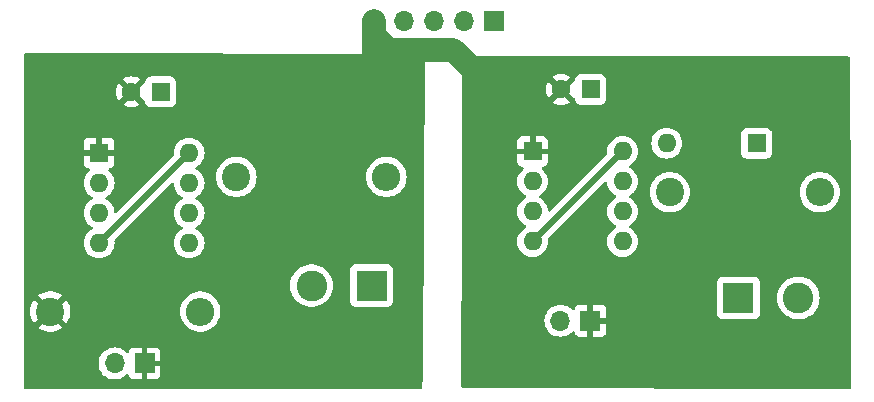
<source format=gbr>
%TF.GenerationSoftware,KiCad,Pcbnew,8.0.6*%
%TF.CreationDate,2024-10-18T13:49:23-03:00*%
%TF.ProjectId,Arduino-inductance-meter,41726475-696e-46f2-9d69-6e6475637461,rev?*%
%TF.SameCoordinates,Original*%
%TF.FileFunction,Copper,L2,Bot*%
%TF.FilePolarity,Positive*%
%FSLAX46Y46*%
G04 Gerber Fmt 4.6, Leading zero omitted, Abs format (unit mm)*
G04 Created by KiCad (PCBNEW 8.0.6) date 2024-10-18 13:49:23*
%MOMM*%
%LPD*%
G01*
G04 APERTURE LIST*
%TA.AperFunction,ComponentPad*%
%ADD10R,1.600000X1.600000*%
%TD*%
%TA.AperFunction,ComponentPad*%
%ADD11O,1.600000X1.600000*%
%TD*%
%TA.AperFunction,ComponentPad*%
%ADD12C,2.400000*%
%TD*%
%TA.AperFunction,ComponentPad*%
%ADD13O,2.400000X2.400000*%
%TD*%
%TA.AperFunction,ComponentPad*%
%ADD14R,1.700000X1.700000*%
%TD*%
%TA.AperFunction,ComponentPad*%
%ADD15O,1.700000X1.700000*%
%TD*%
%TA.AperFunction,ComponentPad*%
%ADD16C,1.600000*%
%TD*%
%TA.AperFunction,ComponentPad*%
%ADD17R,2.600000X2.600000*%
%TD*%
%TA.AperFunction,ComponentPad*%
%ADD18C,2.600000*%
%TD*%
%TA.AperFunction,ViaPad*%
%ADD19C,0.600000*%
%TD*%
%TA.AperFunction,Conductor*%
%ADD20C,2.000000*%
%TD*%
%TA.AperFunction,Conductor*%
%ADD21C,0.500000*%
%TD*%
G04 APERTURE END LIST*
D10*
%TO.P,U2,1,GND*%
%TO.N,GND*%
X156580000Y-58050000D03*
D11*
%TO.P,U2,2,TR*%
%TO.N,TwoSix2*%
X156580000Y-60590000D03*
%TO.P,U2,3,Q*%
%TO.N,Net-(U2-Q)*%
X156580000Y-63130000D03*
%TO.P,U2,4,R*%
%TO.N,5VUSB*%
X156580000Y-65670000D03*
%TO.P,U2,5,CV*%
%TO.N,Net-(U2-CV)*%
X164200000Y-65670000D03*
%TO.P,U2,6,THR*%
%TO.N,TwoSix2*%
X164200000Y-63130000D03*
%TO.P,U2,7,DIS*%
%TO.N,Seven2*%
X164200000Y-60590000D03*
%TO.P,U2,8,VCC*%
%TO.N,5VUSB*%
X164200000Y-58050000D03*
%TD*%
D12*
%TO.P,R2,1*%
%TO.N,TwoSix2*%
X168200000Y-61500000D03*
D13*
%TO.P,R2,2*%
%TO.N,5VUSB*%
X180900000Y-61500000D03*
%TD*%
D14*
%TO.P,J5,1,Pin_1*%
%TO.N,GND*%
X161475000Y-72380000D03*
D15*
%TO.P,J5,2,Pin_2*%
%TO.N,Net-(J5-Pin_2)*%
X158935000Y-72380000D03*
%TD*%
D10*
%TO.P,C6,1*%
%TO.N,5VUSB*%
X161500000Y-52800000D03*
D16*
%TO.P,C6,2*%
%TO.N,GND*%
X159000000Y-52800000D03*
%TD*%
D10*
%TO.P,C3,1*%
%TO.N,5VUSB*%
X125100000Y-53000000D03*
D16*
%TO.P,C3,2*%
%TO.N,GND*%
X122600000Y-53000000D03*
%TD*%
D17*
%TO.P,J3,1,Pin_1*%
%TO.N,Seven*%
X142945000Y-69400000D03*
D18*
%TO.P,J3,2,Pin_2*%
%TO.N,TwoSix*%
X137865000Y-69400000D03*
%TD*%
D10*
%TO.P,U1,1,GND*%
%TO.N,GND*%
X119880000Y-58180000D03*
D11*
%TO.P,U1,2,TR*%
%TO.N,TwoSix*%
X119880000Y-60720000D03*
%TO.P,U1,3,Q*%
%TO.N,Net-(U1-Q)*%
X119880000Y-63260000D03*
%TO.P,U1,4,R*%
%TO.N,5VUSB*%
X119880000Y-65800000D03*
%TO.P,U1,5,CV*%
%TO.N,Net-(U1-CV)*%
X127500000Y-65800000D03*
%TO.P,U1,6,THR*%
%TO.N,TwoSix*%
X127500000Y-63260000D03*
%TO.P,U1,7,DIS*%
%TO.N,Seven*%
X127500000Y-60720000D03*
%TO.P,U1,8,VCC*%
%TO.N,5VUSB*%
X127500000Y-58180000D03*
%TD*%
D17*
%TO.P,J4,1,Pin_1*%
%TO.N,TwoSix2*%
X174005000Y-70450000D03*
D18*
%TO.P,J4,2,Pin_2*%
%TO.N,Seven2*%
X179085000Y-70450000D03*
%TD*%
D14*
%TO.P,J2,1,Pin_1*%
%TO.N,GND*%
X123725000Y-76000000D03*
D15*
%TO.P,J2,2,Pin_2*%
%TO.N,Net-(J2-Pin_2)*%
X121185000Y-76000000D03*
%TD*%
D14*
%TO.P,J1,1,Pin_1*%
%TO.N,5VUSB*%
X153340000Y-47000000D03*
D15*
%TO.P,J1,2,Pin_2*%
%TO.N,unconnected-(J1-Pin_2-Pad2)*%
X150800000Y-47000000D03*
%TO.P,J1,3,Pin_3*%
%TO.N,unconnected-(J1-Pin_3-Pad3)*%
X148260000Y-47000000D03*
%TO.P,J1,4,Pin_4*%
%TO.N,unconnected-(J1-Pin_4-Pad4)*%
X145720000Y-47000000D03*
%TO.P,J1,5,Pin_5*%
%TO.N,GND*%
X143180000Y-47000000D03*
%TD*%
D10*
%TO.P,D1,1,K*%
%TO.N,5VUSB*%
X175560000Y-57350000D03*
D11*
%TO.P,D1,2,A*%
%TO.N,Seven2*%
X167940000Y-57350000D03*
%TD*%
D12*
%TO.P,R3,1*%
%TO.N,Seven*%
X131500000Y-60200000D03*
D13*
%TO.P,R3,2*%
%TO.N,5VUSB*%
X144200000Y-60200000D03*
%TD*%
D12*
%TO.P,R4,1*%
%TO.N,GND*%
X115750000Y-71600000D03*
D13*
%TO.P,R4,2*%
%TO.N,TwoSix*%
X128450000Y-71600000D03*
%TD*%
D19*
%TO.N,GND*%
X130650000Y-55100000D03*
X169300000Y-67250000D03*
X132400000Y-67400000D03*
%TD*%
D20*
%TO.N,GND*%
X144427919Y-49450000D02*
X149850000Y-49450000D01*
X143180000Y-47000000D02*
X143180000Y-48202081D01*
X143180000Y-47000000D02*
X143180000Y-52330000D01*
X143180000Y-48202081D02*
X144427919Y-49450000D01*
X152350000Y-51950000D02*
X153250000Y-51950000D01*
X143180000Y-52330000D02*
X143200000Y-52350000D01*
X149850000Y-49450000D02*
X151425000Y-51025000D01*
D21*
%TO.N,5VUSB*%
X156580000Y-65670000D02*
X164200000Y-58050000D01*
X127500000Y-58180000D02*
X119880000Y-65800000D01*
%TD*%
%TA.AperFunction,Conductor*%
%TO.N,GND*%
G36*
X183393478Y-50019685D02*
G01*
X183439233Y-50072489D01*
X183450438Y-50123560D01*
X183499499Y-63958718D01*
X183499500Y-63959158D01*
X183499500Y-78075204D01*
X183479815Y-78142243D01*
X183427011Y-78187998D01*
X183374936Y-78199203D01*
X150673656Y-78050562D01*
X150606707Y-78030573D01*
X150561193Y-77977561D01*
X150550220Y-77926342D01*
X150557701Y-73730000D01*
X150560107Y-72379999D01*
X157579341Y-72379999D01*
X157579341Y-72380000D01*
X157599936Y-72615403D01*
X157599938Y-72615413D01*
X157661094Y-72843655D01*
X157661096Y-72843659D01*
X157661097Y-72843663D01*
X157760965Y-73057830D01*
X157760967Y-73057834D01*
X157869281Y-73212521D01*
X157896505Y-73251401D01*
X158063599Y-73418495D01*
X158140135Y-73472086D01*
X158257165Y-73554032D01*
X158257167Y-73554033D01*
X158257170Y-73554035D01*
X158471337Y-73653903D01*
X158699592Y-73715063D01*
X158870319Y-73730000D01*
X158934999Y-73735659D01*
X158935000Y-73735659D01*
X158935001Y-73735659D01*
X158999681Y-73730000D01*
X159170408Y-73715063D01*
X159398663Y-73653903D01*
X159612830Y-73554035D01*
X159806401Y-73418495D01*
X159928717Y-73296178D01*
X159990036Y-73262696D01*
X160059728Y-73267680D01*
X160115662Y-73309551D01*
X160132577Y-73340528D01*
X160181646Y-73472088D01*
X160181649Y-73472093D01*
X160267809Y-73587187D01*
X160267812Y-73587190D01*
X160382906Y-73673350D01*
X160382913Y-73673354D01*
X160517620Y-73723596D01*
X160517627Y-73723598D01*
X160577155Y-73729999D01*
X160577172Y-73730000D01*
X161225000Y-73730000D01*
X161225000Y-72813012D01*
X161282007Y-72845925D01*
X161409174Y-72880000D01*
X161540826Y-72880000D01*
X161667993Y-72845925D01*
X161725000Y-72813012D01*
X161725000Y-73730000D01*
X162372828Y-73730000D01*
X162372844Y-73729999D01*
X162432372Y-73723598D01*
X162432379Y-73723596D01*
X162567086Y-73673354D01*
X162567093Y-73673350D01*
X162682187Y-73587190D01*
X162682190Y-73587187D01*
X162768350Y-73472093D01*
X162768354Y-73472086D01*
X162818596Y-73337379D01*
X162818598Y-73337372D01*
X162824999Y-73277844D01*
X162825000Y-73277827D01*
X162825000Y-72630000D01*
X161908012Y-72630000D01*
X161940925Y-72572993D01*
X161975000Y-72445826D01*
X161975000Y-72314174D01*
X161940925Y-72187007D01*
X161908012Y-72130000D01*
X162825000Y-72130000D01*
X162825000Y-71482172D01*
X162824999Y-71482155D01*
X162818598Y-71422627D01*
X162818596Y-71422620D01*
X162768354Y-71287913D01*
X162768350Y-71287906D01*
X162682190Y-71172812D01*
X162682187Y-71172809D01*
X162567093Y-71086649D01*
X162567086Y-71086645D01*
X162432379Y-71036403D01*
X162432372Y-71036401D01*
X162372844Y-71030000D01*
X161725000Y-71030000D01*
X161725000Y-71946988D01*
X161667993Y-71914075D01*
X161540826Y-71880000D01*
X161409174Y-71880000D01*
X161282007Y-71914075D01*
X161225000Y-71946988D01*
X161225000Y-71030000D01*
X160577155Y-71030000D01*
X160517627Y-71036401D01*
X160517620Y-71036403D01*
X160382913Y-71086645D01*
X160382906Y-71086649D01*
X160267812Y-71172809D01*
X160267809Y-71172812D01*
X160181649Y-71287906D01*
X160181645Y-71287913D01*
X160132578Y-71419470D01*
X160090707Y-71475404D01*
X160025242Y-71499821D01*
X159956969Y-71484969D01*
X159928715Y-71463819D01*
X159884366Y-71419470D01*
X159806401Y-71341505D01*
X159806397Y-71341502D01*
X159806396Y-71341501D01*
X159612834Y-71205967D01*
X159612830Y-71205965D01*
X159541727Y-71172809D01*
X159398663Y-71106097D01*
X159398659Y-71106096D01*
X159398655Y-71106094D01*
X159170413Y-71044938D01*
X159170403Y-71044936D01*
X158935001Y-71024341D01*
X158934999Y-71024341D01*
X158699596Y-71044936D01*
X158699586Y-71044938D01*
X158471344Y-71106094D01*
X158471335Y-71106098D01*
X158257171Y-71205964D01*
X158257169Y-71205965D01*
X158063597Y-71341505D01*
X157896505Y-71508597D01*
X157760965Y-71702169D01*
X157760964Y-71702171D01*
X157661098Y-71916335D01*
X157661094Y-71916344D01*
X157599938Y-72144586D01*
X157599936Y-72144596D01*
X157579341Y-72379999D01*
X150560107Y-72379999D01*
X150565950Y-69102135D01*
X172204500Y-69102135D01*
X172204500Y-71797870D01*
X172204501Y-71797876D01*
X172210908Y-71857483D01*
X172261202Y-71992328D01*
X172261206Y-71992335D01*
X172347452Y-72107544D01*
X172347455Y-72107547D01*
X172462664Y-72193793D01*
X172462671Y-72193797D01*
X172597517Y-72244091D01*
X172597516Y-72244091D01*
X172604444Y-72244835D01*
X172657127Y-72250500D01*
X175352872Y-72250499D01*
X175412483Y-72244091D01*
X175547331Y-72193796D01*
X175662546Y-72107546D01*
X175748796Y-71992331D01*
X175799091Y-71857483D01*
X175805500Y-71797873D01*
X175805499Y-70449995D01*
X177279451Y-70449995D01*
X177279451Y-70450004D01*
X177299616Y-70719101D01*
X177359664Y-70982188D01*
X177359666Y-70982195D01*
X177380940Y-71036401D01*
X177458257Y-71233398D01*
X177593185Y-71467102D01*
X177626278Y-71508599D01*
X177761442Y-71678089D01*
X177948183Y-71851358D01*
X177959259Y-71861635D01*
X178182226Y-72013651D01*
X178425359Y-72130738D01*
X178683228Y-72210280D01*
X178683229Y-72210280D01*
X178683232Y-72210281D01*
X178950063Y-72250499D01*
X178950068Y-72250499D01*
X178950071Y-72250500D01*
X178950072Y-72250500D01*
X179219928Y-72250500D01*
X179219929Y-72250500D01*
X179219936Y-72250499D01*
X179486767Y-72210281D01*
X179486768Y-72210280D01*
X179486772Y-72210280D01*
X179744641Y-72130738D01*
X179987775Y-72013651D01*
X180210741Y-71861635D01*
X180364259Y-71719190D01*
X180408557Y-71678089D01*
X180408557Y-71678087D01*
X180408561Y-71678085D01*
X180576815Y-71467102D01*
X180711743Y-71233398D01*
X180810334Y-70982195D01*
X180870383Y-70719103D01*
X180890549Y-70450000D01*
X180870383Y-70180897D01*
X180810334Y-69917805D01*
X180711743Y-69666602D01*
X180576815Y-69432898D01*
X180408561Y-69221915D01*
X180408560Y-69221914D01*
X180408557Y-69221910D01*
X180210741Y-69038365D01*
X179987775Y-68886349D01*
X179987769Y-68886346D01*
X179987768Y-68886345D01*
X179987767Y-68886344D01*
X179744643Y-68769263D01*
X179744645Y-68769263D01*
X179486773Y-68689720D01*
X179486767Y-68689718D01*
X179219936Y-68649500D01*
X179219929Y-68649500D01*
X178950071Y-68649500D01*
X178950063Y-68649500D01*
X178683232Y-68689718D01*
X178683226Y-68689720D01*
X178425358Y-68769262D01*
X178182230Y-68886346D01*
X177959258Y-69038365D01*
X177761442Y-69221910D01*
X177593185Y-69432898D01*
X177458258Y-69666599D01*
X177458256Y-69666603D01*
X177359666Y-69917804D01*
X177359664Y-69917811D01*
X177299616Y-70180898D01*
X177279451Y-70449995D01*
X175805499Y-70449995D01*
X175805499Y-69102128D01*
X175799091Y-69042517D01*
X175797542Y-69038365D01*
X175748797Y-68907671D01*
X175748793Y-68907664D01*
X175662547Y-68792455D01*
X175662544Y-68792452D01*
X175547335Y-68706206D01*
X175547328Y-68706202D01*
X175412482Y-68655908D01*
X175412483Y-68655908D01*
X175352883Y-68649501D01*
X175352881Y-68649500D01*
X175352873Y-68649500D01*
X175352864Y-68649500D01*
X172657129Y-68649500D01*
X172657123Y-68649501D01*
X172597516Y-68655908D01*
X172462671Y-68706202D01*
X172462664Y-68706206D01*
X172347455Y-68792452D01*
X172347452Y-68792455D01*
X172261206Y-68907664D01*
X172261202Y-68907671D01*
X172210908Y-69042517D01*
X172204501Y-69102116D01*
X172204501Y-69102123D01*
X172204500Y-69102135D01*
X150565950Y-69102135D01*
X150581123Y-60589998D01*
X155274532Y-60589998D01*
X155274532Y-60590001D01*
X155294364Y-60816686D01*
X155294366Y-60816697D01*
X155353258Y-61036488D01*
X155353261Y-61036497D01*
X155449431Y-61242732D01*
X155449432Y-61242734D01*
X155579954Y-61429141D01*
X155740858Y-61590045D01*
X155740861Y-61590047D01*
X155927266Y-61720568D01*
X155985275Y-61747618D01*
X156037714Y-61793791D01*
X156056866Y-61860984D01*
X156036650Y-61927865D01*
X155985275Y-61972382D01*
X155927267Y-61999431D01*
X155927265Y-61999432D01*
X155740858Y-62129954D01*
X155579954Y-62290858D01*
X155449432Y-62477265D01*
X155449431Y-62477267D01*
X155353261Y-62683502D01*
X155353258Y-62683511D01*
X155294366Y-62903302D01*
X155294364Y-62903313D01*
X155274532Y-63129998D01*
X155274532Y-63130001D01*
X155294364Y-63356686D01*
X155294366Y-63356697D01*
X155353258Y-63576488D01*
X155353261Y-63576497D01*
X155449431Y-63782732D01*
X155449432Y-63782734D01*
X155579954Y-63969141D01*
X155740858Y-64130045D01*
X155740861Y-64130047D01*
X155927266Y-64260568D01*
X155985275Y-64287618D01*
X156037714Y-64333791D01*
X156056866Y-64400984D01*
X156036650Y-64467865D01*
X155985275Y-64512382D01*
X155927267Y-64539431D01*
X155927265Y-64539432D01*
X155740858Y-64669954D01*
X155579954Y-64830858D01*
X155449432Y-65017265D01*
X155449431Y-65017267D01*
X155353261Y-65223502D01*
X155353258Y-65223511D01*
X155294366Y-65443302D01*
X155294364Y-65443313D01*
X155274532Y-65669998D01*
X155274532Y-65670001D01*
X155294364Y-65896686D01*
X155294366Y-65896697D01*
X155353258Y-66116488D01*
X155353261Y-66116497D01*
X155449431Y-66322732D01*
X155449432Y-66322734D01*
X155579954Y-66509141D01*
X155740858Y-66670045D01*
X155740861Y-66670047D01*
X155927266Y-66800568D01*
X156133504Y-66896739D01*
X156353308Y-66955635D01*
X156515230Y-66969801D01*
X156579998Y-66975468D01*
X156580000Y-66975468D01*
X156580002Y-66975468D01*
X156636673Y-66970509D01*
X156806692Y-66955635D01*
X157026496Y-66896739D01*
X157232734Y-66800568D01*
X157419139Y-66670047D01*
X157580047Y-66509139D01*
X157710568Y-66322734D01*
X157806739Y-66116496D01*
X157865635Y-65896692D01*
X157885468Y-65670000D01*
X157870869Y-65503137D01*
X157884635Y-65434639D01*
X157906713Y-65404653D01*
X162692570Y-60618795D01*
X162753891Y-60585312D01*
X162823583Y-60590296D01*
X162879516Y-60632168D01*
X162903777Y-60695671D01*
X162914364Y-60816686D01*
X162914366Y-60816697D01*
X162973258Y-61036488D01*
X162973261Y-61036497D01*
X163069431Y-61242732D01*
X163069432Y-61242734D01*
X163199954Y-61429141D01*
X163360858Y-61590045D01*
X163360861Y-61590047D01*
X163547266Y-61720568D01*
X163605275Y-61747618D01*
X163657714Y-61793791D01*
X163676866Y-61860984D01*
X163656650Y-61927865D01*
X163605275Y-61972382D01*
X163547267Y-61999431D01*
X163547265Y-61999432D01*
X163360858Y-62129954D01*
X163199954Y-62290858D01*
X163069432Y-62477265D01*
X163069431Y-62477267D01*
X162973261Y-62683502D01*
X162973258Y-62683511D01*
X162914366Y-62903302D01*
X162914364Y-62903313D01*
X162894532Y-63129998D01*
X162894532Y-63130001D01*
X162914364Y-63356686D01*
X162914366Y-63356697D01*
X162973258Y-63576488D01*
X162973261Y-63576497D01*
X163069431Y-63782732D01*
X163069432Y-63782734D01*
X163199954Y-63969141D01*
X163360858Y-64130045D01*
X163360861Y-64130047D01*
X163547266Y-64260568D01*
X163605275Y-64287618D01*
X163657714Y-64333791D01*
X163676866Y-64400984D01*
X163656650Y-64467865D01*
X163605275Y-64512382D01*
X163547267Y-64539431D01*
X163547265Y-64539432D01*
X163360858Y-64669954D01*
X163199954Y-64830858D01*
X163069432Y-65017265D01*
X163069431Y-65017267D01*
X162973261Y-65223502D01*
X162973258Y-65223511D01*
X162914366Y-65443302D01*
X162914364Y-65443313D01*
X162894532Y-65669998D01*
X162894532Y-65670001D01*
X162914364Y-65896686D01*
X162914366Y-65896697D01*
X162973258Y-66116488D01*
X162973261Y-66116497D01*
X163069431Y-66322732D01*
X163069432Y-66322734D01*
X163199954Y-66509141D01*
X163360858Y-66670045D01*
X163360861Y-66670047D01*
X163547266Y-66800568D01*
X163753504Y-66896739D01*
X163973308Y-66955635D01*
X164135230Y-66969801D01*
X164199998Y-66975468D01*
X164200000Y-66975468D01*
X164200002Y-66975468D01*
X164256673Y-66970509D01*
X164426692Y-66955635D01*
X164646496Y-66896739D01*
X164852734Y-66800568D01*
X165039139Y-66670047D01*
X165200047Y-66509139D01*
X165330568Y-66322734D01*
X165426739Y-66116496D01*
X165485635Y-65896692D01*
X165505468Y-65670000D01*
X165485635Y-65443308D01*
X165426739Y-65223504D01*
X165330568Y-65017266D01*
X165200047Y-64830861D01*
X165200045Y-64830858D01*
X165039141Y-64669954D01*
X164852734Y-64539432D01*
X164852728Y-64539429D01*
X164794725Y-64512382D01*
X164742285Y-64466210D01*
X164723133Y-64399017D01*
X164743348Y-64332135D01*
X164794725Y-64287618D01*
X164852734Y-64260568D01*
X165039139Y-64130047D01*
X165200047Y-63969139D01*
X165330568Y-63782734D01*
X165426739Y-63576496D01*
X165485635Y-63356692D01*
X165505468Y-63130000D01*
X165485635Y-62903308D01*
X165426739Y-62683504D01*
X165330568Y-62477266D01*
X165200047Y-62290861D01*
X165200045Y-62290858D01*
X165039141Y-62129954D01*
X164852734Y-61999432D01*
X164852728Y-61999429D01*
X164794725Y-61972382D01*
X164742285Y-61926210D01*
X164723133Y-61859017D01*
X164743348Y-61792135D01*
X164794725Y-61747618D01*
X164852734Y-61720568D01*
X165039139Y-61590047D01*
X165129191Y-61499995D01*
X166494732Y-61499995D01*
X166494732Y-61500004D01*
X166513777Y-61754154D01*
X166569759Y-61999429D01*
X166570492Y-62002637D01*
X166663607Y-62239888D01*
X166791041Y-62460612D01*
X166949950Y-62659877D01*
X167136783Y-62833232D01*
X167347366Y-62976805D01*
X167347371Y-62976807D01*
X167347372Y-62976808D01*
X167347373Y-62976809D01*
X167446042Y-63024325D01*
X167576992Y-63087387D01*
X167576993Y-63087387D01*
X167576996Y-63087389D01*
X167820542Y-63162513D01*
X168072565Y-63200500D01*
X168327435Y-63200500D01*
X168579458Y-63162513D01*
X168823004Y-63087389D01*
X169052634Y-62976805D01*
X169263217Y-62833232D01*
X169450050Y-62659877D01*
X169608959Y-62460612D01*
X169736393Y-62239888D01*
X169829508Y-62002637D01*
X169886222Y-61754157D01*
X169905268Y-61500000D01*
X169905268Y-61499995D01*
X179194732Y-61499995D01*
X179194732Y-61500004D01*
X179213777Y-61754154D01*
X179269759Y-61999429D01*
X179270492Y-62002637D01*
X179363607Y-62239888D01*
X179491041Y-62460612D01*
X179649950Y-62659877D01*
X179836783Y-62833232D01*
X180047366Y-62976805D01*
X180047371Y-62976807D01*
X180047372Y-62976808D01*
X180047373Y-62976809D01*
X180146042Y-63024325D01*
X180276992Y-63087387D01*
X180276993Y-63087387D01*
X180276996Y-63087389D01*
X180520542Y-63162513D01*
X180772565Y-63200500D01*
X181027435Y-63200500D01*
X181279458Y-63162513D01*
X181523004Y-63087389D01*
X181752634Y-62976805D01*
X181963217Y-62833232D01*
X182150050Y-62659877D01*
X182308959Y-62460612D01*
X182436393Y-62239888D01*
X182529508Y-62002637D01*
X182586222Y-61754157D01*
X182605268Y-61500000D01*
X182586222Y-61245843D01*
X182529508Y-60997363D01*
X182436393Y-60760112D01*
X182308959Y-60539388D01*
X182150050Y-60340123D01*
X181963217Y-60166768D01*
X181752634Y-60023195D01*
X181752630Y-60023193D01*
X181752627Y-60023191D01*
X181752626Y-60023190D01*
X181523006Y-59912612D01*
X181523008Y-59912612D01*
X181279466Y-59837489D01*
X181279462Y-59837488D01*
X181279458Y-59837487D01*
X181158231Y-59819214D01*
X181027440Y-59799500D01*
X181027435Y-59799500D01*
X180772565Y-59799500D01*
X180772559Y-59799500D01*
X180615609Y-59823157D01*
X180520542Y-59837487D01*
X180520539Y-59837488D01*
X180520533Y-59837489D01*
X180276992Y-59912612D01*
X180047373Y-60023190D01*
X180047372Y-60023191D01*
X179836782Y-60166768D01*
X179649952Y-60340121D01*
X179649950Y-60340123D01*
X179491041Y-60539388D01*
X179363608Y-60760109D01*
X179270492Y-60997362D01*
X179270490Y-60997369D01*
X179213777Y-61245845D01*
X179194732Y-61499995D01*
X169905268Y-61499995D01*
X169886222Y-61245843D01*
X169829508Y-60997363D01*
X169736393Y-60760112D01*
X169608959Y-60539388D01*
X169450050Y-60340123D01*
X169263217Y-60166768D01*
X169052634Y-60023195D01*
X169052630Y-60023193D01*
X169052627Y-60023191D01*
X169052626Y-60023190D01*
X168823006Y-59912612D01*
X168823008Y-59912612D01*
X168579466Y-59837489D01*
X168579462Y-59837488D01*
X168579458Y-59837487D01*
X168458231Y-59819214D01*
X168327440Y-59799500D01*
X168327435Y-59799500D01*
X168072565Y-59799500D01*
X168072559Y-59799500D01*
X167915609Y-59823157D01*
X167820542Y-59837487D01*
X167820539Y-59837488D01*
X167820533Y-59837489D01*
X167576992Y-59912612D01*
X167347373Y-60023190D01*
X167347372Y-60023191D01*
X167136782Y-60166768D01*
X166949952Y-60340121D01*
X166949950Y-60340123D01*
X166791041Y-60539388D01*
X166663608Y-60760109D01*
X166570492Y-60997362D01*
X166570490Y-60997369D01*
X166513777Y-61245845D01*
X166494732Y-61499995D01*
X165129191Y-61499995D01*
X165200047Y-61429139D01*
X165330568Y-61242734D01*
X165426739Y-61036496D01*
X165485635Y-60816692D01*
X165505468Y-60590000D01*
X165485635Y-60363308D01*
X165426739Y-60143504D01*
X165330568Y-59937266D01*
X165200047Y-59750861D01*
X165200045Y-59750858D01*
X165039141Y-59589954D01*
X164852734Y-59459432D01*
X164852728Y-59459429D01*
X164794725Y-59432382D01*
X164742285Y-59386210D01*
X164723133Y-59319017D01*
X164743348Y-59252135D01*
X164794725Y-59207618D01*
X164795643Y-59207190D01*
X164852734Y-59180568D01*
X165039139Y-59050047D01*
X165200047Y-58889139D01*
X165330568Y-58702734D01*
X165426739Y-58496496D01*
X165485635Y-58276692D01*
X165505468Y-58050000D01*
X165485635Y-57823308D01*
X165426739Y-57603504D01*
X165330568Y-57397266D01*
X165297471Y-57349998D01*
X166634532Y-57349998D01*
X166634532Y-57350001D01*
X166654364Y-57576686D01*
X166654366Y-57576697D01*
X166713258Y-57796488D01*
X166713261Y-57796497D01*
X166809431Y-58002732D01*
X166809432Y-58002734D01*
X166939954Y-58189141D01*
X167100858Y-58350045D01*
X167100861Y-58350047D01*
X167287266Y-58480568D01*
X167493504Y-58576739D01*
X167713308Y-58635635D01*
X167875230Y-58649801D01*
X167939998Y-58655468D01*
X167940000Y-58655468D01*
X167940002Y-58655468D01*
X167996807Y-58650498D01*
X168166692Y-58635635D01*
X168386496Y-58576739D01*
X168592734Y-58480568D01*
X168779139Y-58350047D01*
X168940047Y-58189139D01*
X169070568Y-58002734D01*
X169166739Y-57796496D01*
X169225635Y-57576692D01*
X169245468Y-57350000D01*
X169225635Y-57123308D01*
X169166739Y-56903504D01*
X169070568Y-56697266D01*
X168940047Y-56510861D01*
X168940045Y-56510858D01*
X168931322Y-56502135D01*
X174259500Y-56502135D01*
X174259500Y-58197870D01*
X174259501Y-58197876D01*
X174265908Y-58257483D01*
X174316202Y-58392328D01*
X174316206Y-58392335D01*
X174402452Y-58507544D01*
X174402455Y-58507547D01*
X174517664Y-58593793D01*
X174517671Y-58593797D01*
X174652517Y-58644091D01*
X174652516Y-58644091D01*
X174659444Y-58644835D01*
X174712127Y-58650500D01*
X176407872Y-58650499D01*
X176467483Y-58644091D01*
X176602331Y-58593796D01*
X176717546Y-58507546D01*
X176803796Y-58392331D01*
X176854091Y-58257483D01*
X176860500Y-58197873D01*
X176860499Y-56502128D01*
X176854091Y-56442517D01*
X176819567Y-56349954D01*
X176803797Y-56307671D01*
X176803793Y-56307664D01*
X176717547Y-56192455D01*
X176717544Y-56192452D01*
X176602335Y-56106206D01*
X176602328Y-56106202D01*
X176467482Y-56055908D01*
X176467483Y-56055908D01*
X176407883Y-56049501D01*
X176407881Y-56049500D01*
X176407873Y-56049500D01*
X176407864Y-56049500D01*
X174712129Y-56049500D01*
X174712123Y-56049501D01*
X174652516Y-56055908D01*
X174517671Y-56106202D01*
X174517664Y-56106206D01*
X174402455Y-56192452D01*
X174402452Y-56192455D01*
X174316206Y-56307664D01*
X174316202Y-56307671D01*
X174265908Y-56442517D01*
X174259501Y-56502116D01*
X174259501Y-56502123D01*
X174259500Y-56502135D01*
X168931322Y-56502135D01*
X168779141Y-56349954D01*
X168592734Y-56219432D01*
X168592732Y-56219431D01*
X168386497Y-56123261D01*
X168386488Y-56123258D01*
X168166697Y-56064366D01*
X168166693Y-56064365D01*
X168166692Y-56064365D01*
X168166691Y-56064364D01*
X168166686Y-56064364D01*
X167940002Y-56044532D01*
X167939998Y-56044532D01*
X167713313Y-56064364D01*
X167713302Y-56064366D01*
X167493511Y-56123258D01*
X167493502Y-56123261D01*
X167287267Y-56219431D01*
X167287265Y-56219432D01*
X167100858Y-56349954D01*
X166939954Y-56510858D01*
X166809432Y-56697265D01*
X166809431Y-56697267D01*
X166713261Y-56903502D01*
X166713258Y-56903511D01*
X166654366Y-57123302D01*
X166654364Y-57123313D01*
X166634532Y-57349998D01*
X165297471Y-57349998D01*
X165200047Y-57210861D01*
X165200045Y-57210858D01*
X165039141Y-57049954D01*
X164852734Y-56919432D01*
X164852732Y-56919431D01*
X164646497Y-56823261D01*
X164646488Y-56823258D01*
X164426697Y-56764366D01*
X164426693Y-56764365D01*
X164426692Y-56764365D01*
X164426691Y-56764364D01*
X164426686Y-56764364D01*
X164200002Y-56744532D01*
X164199998Y-56744532D01*
X163973313Y-56764364D01*
X163973302Y-56764366D01*
X163753511Y-56823258D01*
X163753502Y-56823261D01*
X163547267Y-56919431D01*
X163547265Y-56919432D01*
X163360858Y-57049954D01*
X163199954Y-57210858D01*
X163069432Y-57397265D01*
X163069431Y-57397267D01*
X162973261Y-57603502D01*
X162973258Y-57603511D01*
X162914366Y-57823302D01*
X162914364Y-57823313D01*
X162894532Y-58049998D01*
X162894532Y-58050003D01*
X162909129Y-58216861D01*
X162895362Y-58285360D01*
X162873282Y-58315348D01*
X158087431Y-63101199D01*
X158026108Y-63134684D01*
X157956416Y-63129700D01*
X157900483Y-63087828D01*
X157876222Y-63024327D01*
X157865635Y-62903308D01*
X157806739Y-62683504D01*
X157710568Y-62477266D01*
X157580047Y-62290861D01*
X157580045Y-62290858D01*
X157419141Y-62129954D01*
X157232734Y-61999432D01*
X157232728Y-61999429D01*
X157174725Y-61972382D01*
X157122285Y-61926210D01*
X157103133Y-61859017D01*
X157123348Y-61792135D01*
X157174725Y-61747618D01*
X157232734Y-61720568D01*
X157419139Y-61590047D01*
X157580047Y-61429139D01*
X157710568Y-61242734D01*
X157806739Y-61036496D01*
X157865635Y-60816692D01*
X157885468Y-60590000D01*
X157865635Y-60363308D01*
X157806739Y-60143504D01*
X157710568Y-59937266D01*
X157580047Y-59750861D01*
X157580045Y-59750858D01*
X157419143Y-59589956D01*
X157393912Y-59572289D01*
X157350287Y-59517712D01*
X157343095Y-59448213D01*
X157374617Y-59385859D01*
X157434847Y-59350445D01*
X157451781Y-59347424D01*
X157487380Y-59343596D01*
X157622086Y-59293354D01*
X157622093Y-59293350D01*
X157737187Y-59207190D01*
X157737190Y-59207187D01*
X157823350Y-59092093D01*
X157823354Y-59092086D01*
X157873596Y-58957379D01*
X157873598Y-58957372D01*
X157879999Y-58897844D01*
X157880000Y-58897827D01*
X157880000Y-58300000D01*
X156895686Y-58300000D01*
X156900080Y-58295606D01*
X156952741Y-58204394D01*
X156980000Y-58102661D01*
X156980000Y-57997339D01*
X156952741Y-57895606D01*
X156900080Y-57804394D01*
X156895686Y-57800000D01*
X157880000Y-57800000D01*
X157880000Y-57202172D01*
X157879999Y-57202155D01*
X157873598Y-57142627D01*
X157873596Y-57142620D01*
X157823354Y-57007913D01*
X157823350Y-57007906D01*
X157737190Y-56892812D01*
X157737187Y-56892809D01*
X157622093Y-56806649D01*
X157622086Y-56806645D01*
X157487379Y-56756403D01*
X157487372Y-56756401D01*
X157427844Y-56750000D01*
X156830000Y-56750000D01*
X156830000Y-57734314D01*
X156825606Y-57729920D01*
X156734394Y-57677259D01*
X156632661Y-57650000D01*
X156527339Y-57650000D01*
X156425606Y-57677259D01*
X156334394Y-57729920D01*
X156330000Y-57734314D01*
X156330000Y-56750000D01*
X155732155Y-56750000D01*
X155672627Y-56756401D01*
X155672620Y-56756403D01*
X155537913Y-56806645D01*
X155537906Y-56806649D01*
X155422812Y-56892809D01*
X155422809Y-56892812D01*
X155336649Y-57007906D01*
X155336645Y-57007913D01*
X155286403Y-57142620D01*
X155286401Y-57142627D01*
X155280000Y-57202155D01*
X155280000Y-57800000D01*
X156264314Y-57800000D01*
X156259920Y-57804394D01*
X156207259Y-57895606D01*
X156180000Y-57997339D01*
X156180000Y-58102661D01*
X156207259Y-58204394D01*
X156259920Y-58295606D01*
X156264314Y-58300000D01*
X155280000Y-58300000D01*
X155280000Y-58897844D01*
X155286401Y-58957372D01*
X155286403Y-58957379D01*
X155336645Y-59092086D01*
X155336649Y-59092093D01*
X155422809Y-59207187D01*
X155422812Y-59207190D01*
X155537906Y-59293350D01*
X155537913Y-59293354D01*
X155672620Y-59343596D01*
X155672627Y-59343598D01*
X155708218Y-59347425D01*
X155772769Y-59374163D01*
X155812618Y-59431555D01*
X155815111Y-59501380D01*
X155779459Y-59561469D01*
X155766088Y-59572287D01*
X155740861Y-59589951D01*
X155579954Y-59750858D01*
X155449432Y-59937265D01*
X155449431Y-59937267D01*
X155353261Y-60143502D01*
X155353258Y-60143511D01*
X155294366Y-60363302D01*
X155294364Y-60363313D01*
X155274532Y-60589998D01*
X150581123Y-60589998D01*
X150595009Y-52799997D01*
X157695034Y-52799997D01*
X157695034Y-52800002D01*
X157714858Y-53026599D01*
X157714860Y-53026610D01*
X157773730Y-53246317D01*
X157773735Y-53246331D01*
X157869863Y-53452478D01*
X157920974Y-53525472D01*
X158600000Y-52846446D01*
X158600000Y-52852661D01*
X158627259Y-52954394D01*
X158679920Y-53045606D01*
X158754394Y-53120080D01*
X158845606Y-53172741D01*
X158947339Y-53200000D01*
X158953553Y-53200000D01*
X158274526Y-53879025D01*
X158347513Y-53930132D01*
X158347521Y-53930136D01*
X158553668Y-54026264D01*
X158553682Y-54026269D01*
X158773389Y-54085139D01*
X158773400Y-54085141D01*
X158999998Y-54104966D01*
X159000002Y-54104966D01*
X159226599Y-54085141D01*
X159226610Y-54085139D01*
X159446317Y-54026269D01*
X159446331Y-54026264D01*
X159652478Y-53930136D01*
X159725471Y-53879024D01*
X159046447Y-53200000D01*
X159052661Y-53200000D01*
X159154394Y-53172741D01*
X159245606Y-53120080D01*
X159320080Y-53045606D01*
X159372741Y-52954394D01*
X159400000Y-52852661D01*
X159400000Y-52846447D01*
X160084197Y-53530644D01*
X160133192Y-53540491D01*
X160183375Y-53589106D01*
X160198049Y-53644632D01*
X160199099Y-53644576D01*
X160199146Y-53644571D01*
X160199146Y-53644573D01*
X160199324Y-53644564D01*
X160199501Y-53647876D01*
X160205908Y-53707483D01*
X160256202Y-53842328D01*
X160256206Y-53842335D01*
X160342452Y-53957544D01*
X160342455Y-53957547D01*
X160457664Y-54043793D01*
X160457671Y-54043797D01*
X160592517Y-54094091D01*
X160592516Y-54094091D01*
X160599444Y-54094835D01*
X160652127Y-54100500D01*
X162347872Y-54100499D01*
X162407483Y-54094091D01*
X162542331Y-54043796D01*
X162657546Y-53957546D01*
X162743796Y-53842331D01*
X162794091Y-53707483D01*
X162800500Y-53647873D01*
X162800499Y-51952128D01*
X162794091Y-51892517D01*
X162743796Y-51757669D01*
X162743795Y-51757668D01*
X162743793Y-51757664D01*
X162657547Y-51642455D01*
X162657544Y-51642452D01*
X162542335Y-51556206D01*
X162542328Y-51556202D01*
X162407482Y-51505908D01*
X162407483Y-51505908D01*
X162347883Y-51499501D01*
X162347881Y-51499500D01*
X162347873Y-51499500D01*
X162347864Y-51499500D01*
X160652129Y-51499500D01*
X160652123Y-51499501D01*
X160592516Y-51505908D01*
X160457671Y-51556202D01*
X160457664Y-51556206D01*
X160342455Y-51642452D01*
X160342452Y-51642455D01*
X160256206Y-51757664D01*
X160256202Y-51757671D01*
X160205908Y-51892517D01*
X160199501Y-51952116D01*
X160199501Y-51952123D01*
X160199322Y-51955452D01*
X160197847Y-51955372D01*
X160179815Y-52016784D01*
X160127011Y-52062539D01*
X160083522Y-52070029D01*
X159400000Y-52753551D01*
X159400000Y-52747339D01*
X159372741Y-52645606D01*
X159320080Y-52554394D01*
X159245606Y-52479920D01*
X159154394Y-52427259D01*
X159052661Y-52400000D01*
X159046448Y-52400000D01*
X159725472Y-51720974D01*
X159652478Y-51669863D01*
X159446331Y-51573735D01*
X159446317Y-51573730D01*
X159226610Y-51514860D01*
X159226599Y-51514858D01*
X159000002Y-51495034D01*
X158999998Y-51495034D01*
X158773400Y-51514858D01*
X158773389Y-51514860D01*
X158553682Y-51573730D01*
X158553673Y-51573734D01*
X158347516Y-51669866D01*
X158347512Y-51669868D01*
X158274526Y-51720973D01*
X158274526Y-51720974D01*
X158953553Y-52400000D01*
X158947339Y-52400000D01*
X158845606Y-52427259D01*
X158754394Y-52479920D01*
X158679920Y-52554394D01*
X158627259Y-52645606D01*
X158600000Y-52747339D01*
X158600000Y-52753552D01*
X157920974Y-52074526D01*
X157920973Y-52074526D01*
X157869868Y-52147512D01*
X157869866Y-52147516D01*
X157773734Y-52353673D01*
X157773730Y-52353682D01*
X157714860Y-52573389D01*
X157714858Y-52573400D01*
X157695034Y-52799997D01*
X150595009Y-52799997D01*
X150599779Y-50123777D01*
X150619583Y-50056775D01*
X150672469Y-50011114D01*
X150723779Y-50000000D01*
X183326439Y-50000000D01*
X183393478Y-50019685D01*
G37*
%TD.AperFunction*%
%TD*%
%TA.AperFunction,Conductor*%
%TO.N,GND*%
G36*
X147375272Y-49799633D02*
G01*
X147442253Y-49819514D01*
X147487852Y-49872453D01*
X147498902Y-49924724D01*
X147393291Y-61922135D01*
X147260225Y-77038498D01*
X147251082Y-78077092D01*
X147230808Y-78143955D01*
X147177604Y-78189243D01*
X147127087Y-78200000D01*
X113624500Y-78200000D01*
X113557461Y-78180315D01*
X113511706Y-78127511D01*
X113500500Y-78076000D01*
X113500500Y-75999999D01*
X119829341Y-75999999D01*
X119829341Y-76000000D01*
X119849936Y-76235403D01*
X119849938Y-76235413D01*
X119911094Y-76463655D01*
X119911096Y-76463659D01*
X119911097Y-76463663D01*
X120010965Y-76677830D01*
X120010967Y-76677834D01*
X120119281Y-76832521D01*
X120146505Y-76871401D01*
X120313599Y-77038495D01*
X120390135Y-77092086D01*
X120507165Y-77174032D01*
X120507167Y-77174033D01*
X120507170Y-77174035D01*
X120721337Y-77273903D01*
X120949592Y-77335063D01*
X121120319Y-77350000D01*
X121184999Y-77355659D01*
X121185000Y-77355659D01*
X121185001Y-77355659D01*
X121249681Y-77350000D01*
X121420408Y-77335063D01*
X121648663Y-77273903D01*
X121862830Y-77174035D01*
X122056401Y-77038495D01*
X122178717Y-76916178D01*
X122240036Y-76882696D01*
X122309728Y-76887680D01*
X122365662Y-76929551D01*
X122382577Y-76960528D01*
X122431646Y-77092088D01*
X122431649Y-77092093D01*
X122517809Y-77207187D01*
X122517812Y-77207190D01*
X122632906Y-77293350D01*
X122632913Y-77293354D01*
X122767620Y-77343596D01*
X122767627Y-77343598D01*
X122827155Y-77349999D01*
X122827172Y-77350000D01*
X123475000Y-77350000D01*
X123475000Y-76433012D01*
X123532007Y-76465925D01*
X123659174Y-76500000D01*
X123790826Y-76500000D01*
X123917993Y-76465925D01*
X123975000Y-76433012D01*
X123975000Y-77350000D01*
X124622828Y-77350000D01*
X124622844Y-77349999D01*
X124682372Y-77343598D01*
X124682379Y-77343596D01*
X124817086Y-77293354D01*
X124817093Y-77293350D01*
X124932187Y-77207190D01*
X124932190Y-77207187D01*
X125018350Y-77092093D01*
X125018354Y-77092086D01*
X125068596Y-76957379D01*
X125068598Y-76957372D01*
X125074999Y-76897844D01*
X125075000Y-76897827D01*
X125075000Y-76250000D01*
X124158012Y-76250000D01*
X124190925Y-76192993D01*
X124225000Y-76065826D01*
X124225000Y-75934174D01*
X124190925Y-75807007D01*
X124158012Y-75750000D01*
X125075000Y-75750000D01*
X125075000Y-75102172D01*
X125074999Y-75102155D01*
X125068598Y-75042627D01*
X125068596Y-75042620D01*
X125018354Y-74907913D01*
X125018350Y-74907906D01*
X124932190Y-74792812D01*
X124932187Y-74792809D01*
X124817093Y-74706649D01*
X124817086Y-74706645D01*
X124682379Y-74656403D01*
X124682372Y-74656401D01*
X124622844Y-74650000D01*
X123975000Y-74650000D01*
X123975000Y-75566988D01*
X123917993Y-75534075D01*
X123790826Y-75500000D01*
X123659174Y-75500000D01*
X123532007Y-75534075D01*
X123475000Y-75566988D01*
X123475000Y-74650000D01*
X122827155Y-74650000D01*
X122767627Y-74656401D01*
X122767620Y-74656403D01*
X122632913Y-74706645D01*
X122632906Y-74706649D01*
X122517812Y-74792809D01*
X122517809Y-74792812D01*
X122431649Y-74907906D01*
X122431645Y-74907913D01*
X122382578Y-75039470D01*
X122340707Y-75095404D01*
X122275242Y-75119821D01*
X122206969Y-75104969D01*
X122178715Y-75083819D01*
X122134366Y-75039470D01*
X122056401Y-74961505D01*
X122056397Y-74961502D01*
X122056396Y-74961501D01*
X121862834Y-74825967D01*
X121862830Y-74825965D01*
X121791727Y-74792809D01*
X121648663Y-74726097D01*
X121648659Y-74726096D01*
X121648655Y-74726094D01*
X121420413Y-74664938D01*
X121420403Y-74664936D01*
X121185001Y-74644341D01*
X121184999Y-74644341D01*
X120949596Y-74664936D01*
X120949586Y-74664938D01*
X120721344Y-74726094D01*
X120721335Y-74726098D01*
X120507171Y-74825964D01*
X120507169Y-74825965D01*
X120313597Y-74961505D01*
X120146505Y-75128597D01*
X120010965Y-75322169D01*
X120010964Y-75322171D01*
X119911098Y-75536335D01*
X119911094Y-75536344D01*
X119849938Y-75764586D01*
X119849936Y-75764596D01*
X119829341Y-75999999D01*
X113500500Y-75999999D01*
X113500500Y-71599995D01*
X114045233Y-71599995D01*
X114045233Y-71600004D01*
X114064273Y-71854079D01*
X114120968Y-72102477D01*
X114120973Y-72102494D01*
X114214058Y-72339671D01*
X114214057Y-72339671D01*
X114341454Y-72560327D01*
X114341461Y-72560338D01*
X114383452Y-72612991D01*
X114383453Y-72612992D01*
X115185387Y-71811058D01*
X115190889Y-71831591D01*
X115269881Y-71968408D01*
X115381592Y-72080119D01*
X115518409Y-72159111D01*
X115538940Y-72164612D01*
X114736813Y-72966738D01*
X114897616Y-73076371D01*
X114897624Y-73076376D01*
X115127176Y-73186921D01*
X115127174Y-73186921D01*
X115370652Y-73262024D01*
X115370658Y-73262026D01*
X115622595Y-73299999D01*
X115622604Y-73300000D01*
X115877396Y-73300000D01*
X115877404Y-73299999D01*
X116129341Y-73262026D01*
X116129347Y-73262024D01*
X116372824Y-73186921D01*
X116602376Y-73076376D01*
X116602377Y-73076375D01*
X116763185Y-72966738D01*
X115961060Y-72164612D01*
X115981591Y-72159111D01*
X116118408Y-72080119D01*
X116230119Y-71968408D01*
X116309111Y-71831591D01*
X116314612Y-71811059D01*
X117116544Y-72612992D01*
X117116546Y-72612991D01*
X117158544Y-72560330D01*
X117285941Y-72339671D01*
X117379026Y-72102494D01*
X117379031Y-72102477D01*
X117435726Y-71854079D01*
X117454767Y-71600004D01*
X117454767Y-71599995D01*
X126744732Y-71599995D01*
X126744732Y-71600004D01*
X126763777Y-71854154D01*
X126786464Y-71953553D01*
X126820492Y-72102637D01*
X126913607Y-72339888D01*
X127041041Y-72560612D01*
X127199950Y-72759877D01*
X127386783Y-72933232D01*
X127597366Y-73076805D01*
X127597371Y-73076807D01*
X127597372Y-73076808D01*
X127597373Y-73076809D01*
X127719328Y-73135538D01*
X127826992Y-73187387D01*
X127826993Y-73187387D01*
X127826996Y-73187389D01*
X128070542Y-73262513D01*
X128322565Y-73300500D01*
X128577435Y-73300500D01*
X128829458Y-73262513D01*
X129073004Y-73187389D01*
X129302634Y-73076805D01*
X129513217Y-72933232D01*
X129700050Y-72759877D01*
X129858959Y-72560612D01*
X129986393Y-72339888D01*
X130079508Y-72102637D01*
X130136222Y-71854157D01*
X130155268Y-71600000D01*
X130136222Y-71345843D01*
X130079508Y-71097363D01*
X129986393Y-70860112D01*
X129858959Y-70639388D01*
X129700050Y-70440123D01*
X129513217Y-70266768D01*
X129302634Y-70123195D01*
X129302630Y-70123193D01*
X129302627Y-70123191D01*
X129302626Y-70123190D01*
X129073006Y-70012612D01*
X129073008Y-70012612D01*
X128829466Y-69937489D01*
X128829462Y-69937488D01*
X128829458Y-69937487D01*
X128708231Y-69919214D01*
X128577440Y-69899500D01*
X128577435Y-69899500D01*
X128322565Y-69899500D01*
X128322559Y-69899500D01*
X128165609Y-69923157D01*
X128070542Y-69937487D01*
X128070539Y-69937488D01*
X128070533Y-69937489D01*
X127826992Y-70012612D01*
X127597373Y-70123190D01*
X127597372Y-70123191D01*
X127386782Y-70266768D01*
X127199952Y-70440121D01*
X127199950Y-70440123D01*
X127041041Y-70639388D01*
X126913608Y-70860109D01*
X126820492Y-71097362D01*
X126820490Y-71097369D01*
X126763777Y-71345845D01*
X126744732Y-71599995D01*
X117454767Y-71599995D01*
X117435726Y-71345920D01*
X117379031Y-71097522D01*
X117379026Y-71097505D01*
X117285941Y-70860328D01*
X117285942Y-70860328D01*
X117158545Y-70639672D01*
X117116545Y-70587006D01*
X116314612Y-71388939D01*
X116309111Y-71368409D01*
X116230119Y-71231592D01*
X116118408Y-71119881D01*
X115981591Y-71040889D01*
X115961059Y-71035387D01*
X116763185Y-70233260D01*
X116602384Y-70123628D01*
X116602376Y-70123623D01*
X116372823Y-70013078D01*
X116372825Y-70013078D01*
X116129347Y-69937975D01*
X116129341Y-69937973D01*
X115877404Y-69900000D01*
X115622595Y-69900000D01*
X115370658Y-69937973D01*
X115370652Y-69937975D01*
X115127175Y-70013078D01*
X114897622Y-70123625D01*
X114897609Y-70123632D01*
X114736813Y-70233259D01*
X115538941Y-71035387D01*
X115518409Y-71040889D01*
X115381592Y-71119881D01*
X115269881Y-71231592D01*
X115190889Y-71368409D01*
X115185387Y-71388940D01*
X114383452Y-70587006D01*
X114341457Y-70639667D01*
X114214058Y-70860328D01*
X114120973Y-71097505D01*
X114120968Y-71097522D01*
X114064273Y-71345920D01*
X114045233Y-71599995D01*
X113500500Y-71599995D01*
X113500500Y-69399995D01*
X136059451Y-69399995D01*
X136059451Y-69400004D01*
X136079616Y-69669101D01*
X136139664Y-69932188D01*
X136139666Y-69932195D01*
X136214797Y-70123625D01*
X136238257Y-70183398D01*
X136373185Y-70417102D01*
X136391544Y-70440123D01*
X136541442Y-70628089D01*
X136728183Y-70801358D01*
X136739259Y-70811635D01*
X136962226Y-70963651D01*
X137205359Y-71080738D01*
X137463228Y-71160280D01*
X137463229Y-71160280D01*
X137463232Y-71160281D01*
X137730063Y-71200499D01*
X137730068Y-71200499D01*
X137730071Y-71200500D01*
X137730072Y-71200500D01*
X137999928Y-71200500D01*
X137999929Y-71200500D01*
X137999936Y-71200499D01*
X138266767Y-71160281D01*
X138266768Y-71160280D01*
X138266772Y-71160280D01*
X138524641Y-71080738D01*
X138767775Y-70963651D01*
X138990741Y-70811635D01*
X139188561Y-70628085D01*
X139356815Y-70417102D01*
X139491743Y-70183398D01*
X139590334Y-69932195D01*
X139650383Y-69669103D01*
X139670549Y-69400000D01*
X139650383Y-69130897D01*
X139590334Y-68867805D01*
X139491743Y-68616602D01*
X139356815Y-68382898D01*
X139188561Y-68171915D01*
X139188560Y-68171914D01*
X139188557Y-68171910D01*
X139059469Y-68052135D01*
X141144500Y-68052135D01*
X141144500Y-70747870D01*
X141144501Y-70747876D01*
X141150908Y-70807483D01*
X141201202Y-70942328D01*
X141201206Y-70942335D01*
X141287452Y-71057544D01*
X141287455Y-71057547D01*
X141402664Y-71143793D01*
X141402671Y-71143797D01*
X141537517Y-71194091D01*
X141537516Y-71194091D01*
X141544444Y-71194835D01*
X141597127Y-71200500D01*
X144292872Y-71200499D01*
X144352483Y-71194091D01*
X144487331Y-71143796D01*
X144602546Y-71057546D01*
X144688796Y-70942331D01*
X144739091Y-70807483D01*
X144745500Y-70747873D01*
X144745499Y-68052128D01*
X144739091Y-67992517D01*
X144737542Y-67988365D01*
X144688797Y-67857671D01*
X144688793Y-67857664D01*
X144602547Y-67742455D01*
X144602544Y-67742452D01*
X144487335Y-67656206D01*
X144487328Y-67656202D01*
X144352482Y-67605908D01*
X144352483Y-67605908D01*
X144292883Y-67599501D01*
X144292881Y-67599500D01*
X144292873Y-67599500D01*
X144292864Y-67599500D01*
X141597129Y-67599500D01*
X141597123Y-67599501D01*
X141537516Y-67605908D01*
X141402671Y-67656202D01*
X141402664Y-67656206D01*
X141287455Y-67742452D01*
X141287452Y-67742455D01*
X141201206Y-67857664D01*
X141201202Y-67857671D01*
X141150908Y-67992517D01*
X141144501Y-68052116D01*
X141144501Y-68052123D01*
X141144500Y-68052135D01*
X139059469Y-68052135D01*
X138990741Y-67988365D01*
X138767775Y-67836349D01*
X138767769Y-67836346D01*
X138767768Y-67836345D01*
X138767767Y-67836344D01*
X138524643Y-67719263D01*
X138524645Y-67719263D01*
X138266773Y-67639720D01*
X138266767Y-67639718D01*
X137999936Y-67599500D01*
X137999929Y-67599500D01*
X137730071Y-67599500D01*
X137730063Y-67599500D01*
X137463232Y-67639718D01*
X137463226Y-67639720D01*
X137205358Y-67719262D01*
X136962230Y-67836346D01*
X136739258Y-67988365D01*
X136541442Y-68171910D01*
X136373185Y-68382898D01*
X136238258Y-68616599D01*
X136238256Y-68616603D01*
X136139666Y-68867804D01*
X136139664Y-68867811D01*
X136079616Y-69130898D01*
X136059451Y-69399995D01*
X113500500Y-69399995D01*
X113500500Y-60719998D01*
X118574532Y-60719998D01*
X118574532Y-60720001D01*
X118594364Y-60946686D01*
X118594366Y-60946697D01*
X118653258Y-61166488D01*
X118653261Y-61166497D01*
X118749431Y-61372732D01*
X118749432Y-61372734D01*
X118879954Y-61559141D01*
X119040858Y-61720045D01*
X119040861Y-61720047D01*
X119227266Y-61850568D01*
X119285275Y-61877618D01*
X119337714Y-61923791D01*
X119356866Y-61990984D01*
X119336650Y-62057865D01*
X119285275Y-62102382D01*
X119227267Y-62129431D01*
X119227265Y-62129432D01*
X119040858Y-62259954D01*
X118879954Y-62420858D01*
X118749432Y-62607265D01*
X118749431Y-62607267D01*
X118653261Y-62813502D01*
X118653258Y-62813511D01*
X118594366Y-63033302D01*
X118594364Y-63033313D01*
X118574532Y-63259998D01*
X118574532Y-63260001D01*
X118594364Y-63486686D01*
X118594366Y-63486697D01*
X118653258Y-63706488D01*
X118653261Y-63706497D01*
X118749431Y-63912732D01*
X118749432Y-63912734D01*
X118879954Y-64099141D01*
X119040858Y-64260045D01*
X119040861Y-64260047D01*
X119227266Y-64390568D01*
X119285275Y-64417618D01*
X119337714Y-64463791D01*
X119356866Y-64530984D01*
X119336650Y-64597865D01*
X119285275Y-64642382D01*
X119227267Y-64669431D01*
X119227265Y-64669432D01*
X119040858Y-64799954D01*
X118879954Y-64960858D01*
X118749432Y-65147265D01*
X118749431Y-65147267D01*
X118653261Y-65353502D01*
X118653258Y-65353511D01*
X118594366Y-65573302D01*
X118594364Y-65573313D01*
X118574532Y-65799998D01*
X118574532Y-65800001D01*
X118594364Y-66026686D01*
X118594366Y-66026697D01*
X118653258Y-66246488D01*
X118653261Y-66246497D01*
X118749431Y-66452732D01*
X118749432Y-66452734D01*
X118879954Y-66639141D01*
X119040858Y-66800045D01*
X119040861Y-66800047D01*
X119227266Y-66930568D01*
X119433504Y-67026739D01*
X119653308Y-67085635D01*
X119815230Y-67099801D01*
X119879998Y-67105468D01*
X119880000Y-67105468D01*
X119880002Y-67105468D01*
X119936673Y-67100509D01*
X120106692Y-67085635D01*
X120326496Y-67026739D01*
X120532734Y-66930568D01*
X120719139Y-66800047D01*
X120880047Y-66639139D01*
X121010568Y-66452734D01*
X121106739Y-66246496D01*
X121165635Y-66026692D01*
X121185468Y-65800000D01*
X121170869Y-65633137D01*
X121184635Y-65564639D01*
X121206713Y-65534653D01*
X125992570Y-60748795D01*
X126053891Y-60715312D01*
X126123583Y-60720296D01*
X126179516Y-60762168D01*
X126203777Y-60825671D01*
X126214364Y-60946686D01*
X126214366Y-60946697D01*
X126273258Y-61166488D01*
X126273261Y-61166497D01*
X126369431Y-61372732D01*
X126369432Y-61372734D01*
X126499954Y-61559141D01*
X126660858Y-61720045D01*
X126660861Y-61720047D01*
X126847266Y-61850568D01*
X126905275Y-61877618D01*
X126957714Y-61923791D01*
X126976866Y-61990984D01*
X126956650Y-62057865D01*
X126905275Y-62102382D01*
X126847267Y-62129431D01*
X126847265Y-62129432D01*
X126660858Y-62259954D01*
X126499954Y-62420858D01*
X126369432Y-62607265D01*
X126369431Y-62607267D01*
X126273261Y-62813502D01*
X126273258Y-62813511D01*
X126214366Y-63033302D01*
X126214364Y-63033313D01*
X126194532Y-63259998D01*
X126194532Y-63260001D01*
X126214364Y-63486686D01*
X126214366Y-63486697D01*
X126273258Y-63706488D01*
X126273261Y-63706497D01*
X126369431Y-63912732D01*
X126369432Y-63912734D01*
X126499954Y-64099141D01*
X126660858Y-64260045D01*
X126660861Y-64260047D01*
X126847266Y-64390568D01*
X126905275Y-64417618D01*
X126957714Y-64463791D01*
X126976866Y-64530984D01*
X126956650Y-64597865D01*
X126905275Y-64642382D01*
X126847267Y-64669431D01*
X126847265Y-64669432D01*
X126660858Y-64799954D01*
X126499954Y-64960858D01*
X126369432Y-65147265D01*
X126369431Y-65147267D01*
X126273261Y-65353502D01*
X126273258Y-65353511D01*
X126214366Y-65573302D01*
X126214364Y-65573313D01*
X126194532Y-65799998D01*
X126194532Y-65800001D01*
X126214364Y-66026686D01*
X126214366Y-66026697D01*
X126273258Y-66246488D01*
X126273261Y-66246497D01*
X126369431Y-66452732D01*
X126369432Y-66452734D01*
X126499954Y-66639141D01*
X126660858Y-66800045D01*
X126660861Y-66800047D01*
X126847266Y-66930568D01*
X127053504Y-67026739D01*
X127273308Y-67085635D01*
X127435230Y-67099801D01*
X127499998Y-67105468D01*
X127500000Y-67105468D01*
X127500002Y-67105468D01*
X127556673Y-67100509D01*
X127726692Y-67085635D01*
X127946496Y-67026739D01*
X128152734Y-66930568D01*
X128339139Y-66800047D01*
X128500047Y-66639139D01*
X128630568Y-66452734D01*
X128726739Y-66246496D01*
X128785635Y-66026692D01*
X128805468Y-65800000D01*
X128785635Y-65573308D01*
X128726739Y-65353504D01*
X128630568Y-65147266D01*
X128500047Y-64960861D01*
X128500045Y-64960858D01*
X128339141Y-64799954D01*
X128152734Y-64669432D01*
X128152728Y-64669429D01*
X128094725Y-64642382D01*
X128042285Y-64596210D01*
X128023133Y-64529017D01*
X128043348Y-64462135D01*
X128094725Y-64417618D01*
X128152734Y-64390568D01*
X128339139Y-64260047D01*
X128500047Y-64099139D01*
X128630568Y-63912734D01*
X128726739Y-63706496D01*
X128785635Y-63486692D01*
X128805468Y-63260000D01*
X128785635Y-63033308D01*
X128726739Y-62813504D01*
X128630568Y-62607266D01*
X128500047Y-62420861D01*
X128500045Y-62420858D01*
X128339141Y-62259954D01*
X128152734Y-62129432D01*
X128152728Y-62129429D01*
X128094725Y-62102382D01*
X128042285Y-62056210D01*
X128023133Y-61989017D01*
X128043348Y-61922135D01*
X128094725Y-61877618D01*
X128152734Y-61850568D01*
X128339139Y-61720047D01*
X128500047Y-61559139D01*
X128630568Y-61372734D01*
X128726739Y-61166496D01*
X128785635Y-60946692D01*
X128805468Y-60720000D01*
X128785635Y-60493308D01*
X128726739Y-60273504D01*
X128692461Y-60199995D01*
X129794732Y-60199995D01*
X129794732Y-60200004D01*
X129813777Y-60454154D01*
X129831141Y-60530232D01*
X129870492Y-60702637D01*
X129963607Y-60939888D01*
X130091041Y-61160612D01*
X130249950Y-61359877D01*
X130436783Y-61533232D01*
X130647366Y-61676805D01*
X130647371Y-61676807D01*
X130647372Y-61676808D01*
X130647373Y-61676809D01*
X130737159Y-61720047D01*
X130876992Y-61787387D01*
X130876993Y-61787387D01*
X130876996Y-61787389D01*
X131120542Y-61862513D01*
X131372565Y-61900500D01*
X131627435Y-61900500D01*
X131879458Y-61862513D01*
X132123004Y-61787389D01*
X132352634Y-61676805D01*
X132563217Y-61533232D01*
X132750050Y-61359877D01*
X132908959Y-61160612D01*
X133036393Y-60939888D01*
X133129508Y-60702637D01*
X133186222Y-60454157D01*
X133205268Y-60200000D01*
X133205268Y-60199995D01*
X142494732Y-60199995D01*
X142494732Y-60200004D01*
X142513777Y-60454154D01*
X142531141Y-60530232D01*
X142570492Y-60702637D01*
X142663607Y-60939888D01*
X142791041Y-61160612D01*
X142949950Y-61359877D01*
X143136783Y-61533232D01*
X143347366Y-61676805D01*
X143347371Y-61676807D01*
X143347372Y-61676808D01*
X143347373Y-61676809D01*
X143437159Y-61720047D01*
X143576992Y-61787387D01*
X143576993Y-61787387D01*
X143576996Y-61787389D01*
X143820542Y-61862513D01*
X144072565Y-61900500D01*
X144327435Y-61900500D01*
X144579458Y-61862513D01*
X144823004Y-61787389D01*
X145052634Y-61676805D01*
X145263217Y-61533232D01*
X145450050Y-61359877D01*
X145608959Y-61160612D01*
X145736393Y-60939888D01*
X145829508Y-60702637D01*
X145886222Y-60454157D01*
X145905268Y-60200000D01*
X145886222Y-59945843D01*
X145829508Y-59697363D01*
X145736393Y-59460112D01*
X145608959Y-59239388D01*
X145450050Y-59040123D01*
X145263217Y-58866768D01*
X145052634Y-58723195D01*
X145052630Y-58723193D01*
X145052627Y-58723191D01*
X145052626Y-58723190D01*
X144823006Y-58612612D01*
X144823008Y-58612612D01*
X144579466Y-58537489D01*
X144579462Y-58537488D01*
X144579458Y-58537487D01*
X144458231Y-58519214D01*
X144327440Y-58499500D01*
X144327435Y-58499500D01*
X144072565Y-58499500D01*
X144072559Y-58499500D01*
X143915609Y-58523157D01*
X143820542Y-58537487D01*
X143820539Y-58537488D01*
X143820533Y-58537489D01*
X143576992Y-58612612D01*
X143347373Y-58723190D01*
X143347372Y-58723191D01*
X143136782Y-58866768D01*
X142949952Y-59040121D01*
X142949950Y-59040123D01*
X142791041Y-59239388D01*
X142663608Y-59460109D01*
X142570492Y-59697362D01*
X142570490Y-59697369D01*
X142513777Y-59945845D01*
X142494732Y-60199995D01*
X133205268Y-60199995D01*
X133186222Y-59945843D01*
X133129508Y-59697363D01*
X133036393Y-59460112D01*
X132908959Y-59239388D01*
X132750050Y-59040123D01*
X132563217Y-58866768D01*
X132352634Y-58723195D01*
X132352630Y-58723193D01*
X132352627Y-58723191D01*
X132352626Y-58723190D01*
X132123006Y-58612612D01*
X132123008Y-58612612D01*
X131879466Y-58537489D01*
X131879462Y-58537488D01*
X131879458Y-58537487D01*
X131758231Y-58519214D01*
X131627440Y-58499500D01*
X131627435Y-58499500D01*
X131372565Y-58499500D01*
X131372559Y-58499500D01*
X131215609Y-58523157D01*
X131120542Y-58537487D01*
X131120539Y-58537488D01*
X131120533Y-58537489D01*
X130876992Y-58612612D01*
X130647373Y-58723190D01*
X130647372Y-58723191D01*
X130436782Y-58866768D01*
X130249952Y-59040121D01*
X130249950Y-59040123D01*
X130091041Y-59239388D01*
X129963608Y-59460109D01*
X129870492Y-59697362D01*
X129870490Y-59697369D01*
X129813777Y-59945845D01*
X129794732Y-60199995D01*
X128692461Y-60199995D01*
X128630568Y-60067266D01*
X128500047Y-59880861D01*
X128500045Y-59880858D01*
X128339141Y-59719954D01*
X128152734Y-59589432D01*
X128152728Y-59589429D01*
X128094725Y-59562382D01*
X128042285Y-59516210D01*
X128023133Y-59449017D01*
X128043348Y-59382135D01*
X128094725Y-59337618D01*
X128095643Y-59337190D01*
X128152734Y-59310568D01*
X128339139Y-59180047D01*
X128500047Y-59019139D01*
X128630568Y-58832734D01*
X128726739Y-58626496D01*
X128785635Y-58406692D01*
X128805468Y-58180000D01*
X128785635Y-57953308D01*
X128726739Y-57733504D01*
X128630568Y-57527266D01*
X128500047Y-57340861D01*
X128500045Y-57340858D01*
X128339141Y-57179954D01*
X128152734Y-57049432D01*
X128152732Y-57049431D01*
X127946497Y-56953261D01*
X127946488Y-56953258D01*
X127726697Y-56894366D01*
X127726693Y-56894365D01*
X127726692Y-56894365D01*
X127726691Y-56894364D01*
X127726686Y-56894364D01*
X127500002Y-56874532D01*
X127499998Y-56874532D01*
X127273313Y-56894364D01*
X127273302Y-56894366D01*
X127053511Y-56953258D01*
X127053502Y-56953261D01*
X126847267Y-57049431D01*
X126847265Y-57049432D01*
X126660858Y-57179954D01*
X126499954Y-57340858D01*
X126369432Y-57527265D01*
X126369431Y-57527267D01*
X126273261Y-57733502D01*
X126273258Y-57733511D01*
X126214366Y-57953302D01*
X126214364Y-57953313D01*
X126194532Y-58179998D01*
X126194532Y-58180003D01*
X126209129Y-58346861D01*
X126195362Y-58415360D01*
X126173282Y-58445348D01*
X121387431Y-63231199D01*
X121326108Y-63264684D01*
X121256416Y-63259700D01*
X121200483Y-63217828D01*
X121176222Y-63154327D01*
X121165635Y-63033308D01*
X121106739Y-62813504D01*
X121010568Y-62607266D01*
X120880047Y-62420861D01*
X120880045Y-62420858D01*
X120719141Y-62259954D01*
X120532734Y-62129432D01*
X120532728Y-62129429D01*
X120474725Y-62102382D01*
X120422285Y-62056210D01*
X120403133Y-61989017D01*
X120423348Y-61922135D01*
X120474725Y-61877618D01*
X120532734Y-61850568D01*
X120719139Y-61720047D01*
X120880047Y-61559139D01*
X121010568Y-61372734D01*
X121106739Y-61166496D01*
X121165635Y-60946692D01*
X121185468Y-60720000D01*
X121165635Y-60493308D01*
X121106739Y-60273504D01*
X121010568Y-60067266D01*
X120880047Y-59880861D01*
X120880045Y-59880858D01*
X120719143Y-59719956D01*
X120693912Y-59702289D01*
X120650287Y-59647712D01*
X120643095Y-59578213D01*
X120674617Y-59515859D01*
X120734847Y-59480445D01*
X120751781Y-59477424D01*
X120787380Y-59473596D01*
X120922086Y-59423354D01*
X120922093Y-59423350D01*
X121037187Y-59337190D01*
X121037190Y-59337187D01*
X121123350Y-59222093D01*
X121123354Y-59222086D01*
X121173596Y-59087379D01*
X121173598Y-59087372D01*
X121179999Y-59027844D01*
X121180000Y-59027827D01*
X121180000Y-58430000D01*
X120195686Y-58430000D01*
X120200080Y-58425606D01*
X120252741Y-58334394D01*
X120280000Y-58232661D01*
X120280000Y-58127339D01*
X120252741Y-58025606D01*
X120200080Y-57934394D01*
X120195686Y-57930000D01*
X121180000Y-57930000D01*
X121180000Y-57332172D01*
X121179999Y-57332155D01*
X121173598Y-57272627D01*
X121173596Y-57272620D01*
X121123354Y-57137913D01*
X121123350Y-57137906D01*
X121037190Y-57022812D01*
X121037187Y-57022809D01*
X120922093Y-56936649D01*
X120922086Y-56936645D01*
X120787379Y-56886403D01*
X120787372Y-56886401D01*
X120727844Y-56880000D01*
X120130000Y-56880000D01*
X120130000Y-57864314D01*
X120125606Y-57859920D01*
X120034394Y-57807259D01*
X119932661Y-57780000D01*
X119827339Y-57780000D01*
X119725606Y-57807259D01*
X119634394Y-57859920D01*
X119630000Y-57864314D01*
X119630000Y-56880000D01*
X119032155Y-56880000D01*
X118972627Y-56886401D01*
X118972620Y-56886403D01*
X118837913Y-56936645D01*
X118837906Y-56936649D01*
X118722812Y-57022809D01*
X118722809Y-57022812D01*
X118636649Y-57137906D01*
X118636645Y-57137913D01*
X118586403Y-57272620D01*
X118586401Y-57272627D01*
X118580000Y-57332155D01*
X118580000Y-57930000D01*
X119564314Y-57930000D01*
X119559920Y-57934394D01*
X119507259Y-58025606D01*
X119480000Y-58127339D01*
X119480000Y-58232661D01*
X119507259Y-58334394D01*
X119559920Y-58425606D01*
X119564314Y-58430000D01*
X118580000Y-58430000D01*
X118580000Y-59027844D01*
X118586401Y-59087372D01*
X118586403Y-59087379D01*
X118636645Y-59222086D01*
X118636649Y-59222093D01*
X118722809Y-59337187D01*
X118722812Y-59337190D01*
X118837906Y-59423350D01*
X118837913Y-59423354D01*
X118972620Y-59473596D01*
X118972627Y-59473598D01*
X119008218Y-59477425D01*
X119072769Y-59504163D01*
X119112618Y-59561555D01*
X119115111Y-59631380D01*
X119079459Y-59691469D01*
X119066088Y-59702287D01*
X119040861Y-59719951D01*
X118879954Y-59880858D01*
X118749432Y-60067265D01*
X118749431Y-60067267D01*
X118653261Y-60273502D01*
X118653258Y-60273511D01*
X118594366Y-60493302D01*
X118594364Y-60493313D01*
X118574532Y-60719998D01*
X113500500Y-60719998D01*
X113500500Y-52999997D01*
X121295034Y-52999997D01*
X121295034Y-53000002D01*
X121314858Y-53226599D01*
X121314860Y-53226610D01*
X121373730Y-53446317D01*
X121373735Y-53446331D01*
X121469863Y-53652478D01*
X121520974Y-53725472D01*
X122200000Y-53046446D01*
X122200000Y-53052661D01*
X122227259Y-53154394D01*
X122279920Y-53245606D01*
X122354394Y-53320080D01*
X122445606Y-53372741D01*
X122547339Y-53400000D01*
X122553553Y-53400000D01*
X121874526Y-54079025D01*
X121947513Y-54130132D01*
X121947521Y-54130136D01*
X122153668Y-54226264D01*
X122153682Y-54226269D01*
X122373389Y-54285139D01*
X122373400Y-54285141D01*
X122599998Y-54304966D01*
X122600002Y-54304966D01*
X122826599Y-54285141D01*
X122826610Y-54285139D01*
X123046317Y-54226269D01*
X123046331Y-54226264D01*
X123252478Y-54130136D01*
X123325471Y-54079024D01*
X122646447Y-53400000D01*
X122652661Y-53400000D01*
X122754394Y-53372741D01*
X122845606Y-53320080D01*
X122920080Y-53245606D01*
X122972741Y-53154394D01*
X123000000Y-53052661D01*
X123000000Y-53046447D01*
X123684197Y-53730644D01*
X123733192Y-53740491D01*
X123783375Y-53789106D01*
X123798049Y-53844632D01*
X123799099Y-53844576D01*
X123799146Y-53844571D01*
X123799146Y-53844573D01*
X123799324Y-53844564D01*
X123799501Y-53847876D01*
X123805908Y-53907483D01*
X123856202Y-54042328D01*
X123856206Y-54042335D01*
X123942452Y-54157544D01*
X123942455Y-54157547D01*
X124057664Y-54243793D01*
X124057671Y-54243797D01*
X124192517Y-54294091D01*
X124192516Y-54294091D01*
X124199444Y-54294835D01*
X124252127Y-54300500D01*
X125947872Y-54300499D01*
X126007483Y-54294091D01*
X126142331Y-54243796D01*
X126257546Y-54157546D01*
X126343796Y-54042331D01*
X126394091Y-53907483D01*
X126400500Y-53847873D01*
X126400499Y-52152128D01*
X126394091Y-52092517D01*
X126343796Y-51957669D01*
X126343795Y-51957668D01*
X126343793Y-51957664D01*
X126257547Y-51842455D01*
X126257544Y-51842452D01*
X126142335Y-51756206D01*
X126142328Y-51756202D01*
X126007482Y-51705908D01*
X126007483Y-51705908D01*
X125947883Y-51699501D01*
X125947881Y-51699500D01*
X125947873Y-51699500D01*
X125947864Y-51699500D01*
X124252129Y-51699500D01*
X124252123Y-51699501D01*
X124192516Y-51705908D01*
X124057671Y-51756202D01*
X124057664Y-51756206D01*
X123942455Y-51842452D01*
X123942452Y-51842455D01*
X123856206Y-51957664D01*
X123856202Y-51957671D01*
X123805908Y-52092517D01*
X123799501Y-52152116D01*
X123799501Y-52152123D01*
X123799322Y-52155452D01*
X123797847Y-52155372D01*
X123779815Y-52216784D01*
X123727011Y-52262539D01*
X123683522Y-52270029D01*
X123000000Y-52953551D01*
X123000000Y-52947339D01*
X122972741Y-52845606D01*
X122920080Y-52754394D01*
X122845606Y-52679920D01*
X122754394Y-52627259D01*
X122652661Y-52600000D01*
X122646448Y-52600000D01*
X123325472Y-51920974D01*
X123252478Y-51869863D01*
X123046331Y-51773735D01*
X123046317Y-51773730D01*
X122826610Y-51714860D01*
X122826599Y-51714858D01*
X122600002Y-51695034D01*
X122599998Y-51695034D01*
X122373400Y-51714858D01*
X122373389Y-51714860D01*
X122153682Y-51773730D01*
X122153673Y-51773734D01*
X121947516Y-51869866D01*
X121947512Y-51869868D01*
X121874526Y-51920973D01*
X121874526Y-51920974D01*
X122553553Y-52600000D01*
X122547339Y-52600000D01*
X122445606Y-52627259D01*
X122354394Y-52679920D01*
X122279920Y-52754394D01*
X122227259Y-52845606D01*
X122200000Y-52947339D01*
X122200000Y-52953552D01*
X121520974Y-52274526D01*
X121520973Y-52274526D01*
X121469868Y-52347512D01*
X121469866Y-52347516D01*
X121373734Y-52553673D01*
X121373730Y-52553682D01*
X121314860Y-52773389D01*
X121314858Y-52773400D01*
X121295034Y-52999997D01*
X113500500Y-52999997D01*
X113500500Y-49824365D01*
X113520185Y-49757326D01*
X113572989Y-49711571D01*
X113624859Y-49700367D01*
X147375272Y-49799633D01*
G37*
%TD.AperFunction*%
%TD*%
M02*

</source>
